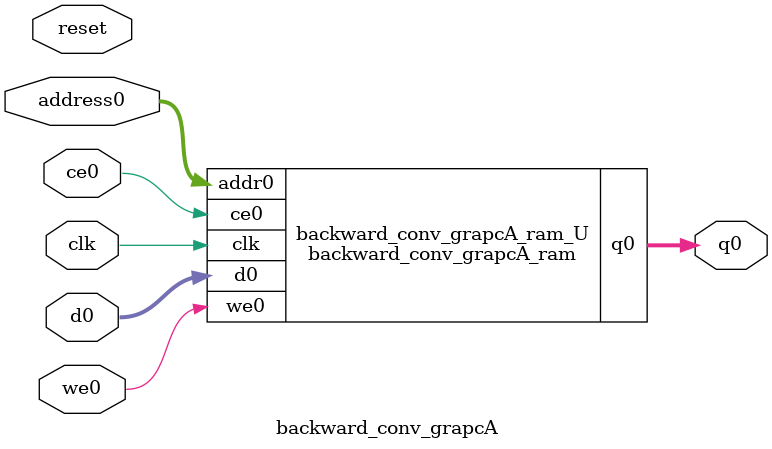
<source format=v>
`timescale 1 ns / 1 ps
module backward_conv_grapcA_ram (addr0, ce0, d0, we0, q0,  clk);

parameter DWIDTH = 32;
parameter AWIDTH = 8;
parameter MEM_SIZE = 256;

input[AWIDTH-1:0] addr0;
input ce0;
input[DWIDTH-1:0] d0;
input we0;
output reg[DWIDTH-1:0] q0;
input clk;

(* ram_style = "block" *)reg [DWIDTH-1:0] ram[0:MEM_SIZE-1];




always @(posedge clk)  
begin 
    if (ce0) 
    begin
        if (we0) 
        begin 
            ram[addr0] <= d0; 
        end 
        q0 <= ram[addr0];
    end
end


endmodule

`timescale 1 ns / 1 ps
module backward_conv_grapcA(
    reset,
    clk,
    address0,
    ce0,
    we0,
    d0,
    q0);

parameter DataWidth = 32'd32;
parameter AddressRange = 32'd256;
parameter AddressWidth = 32'd8;
input reset;
input clk;
input[AddressWidth - 1:0] address0;
input ce0;
input we0;
input[DataWidth - 1:0] d0;
output[DataWidth - 1:0] q0;



backward_conv_grapcA_ram backward_conv_grapcA_ram_U(
    .clk( clk ),
    .addr0( address0 ),
    .ce0( ce0 ),
    .we0( we0 ),
    .d0( d0 ),
    .q0( q0 ));

endmodule


</source>
